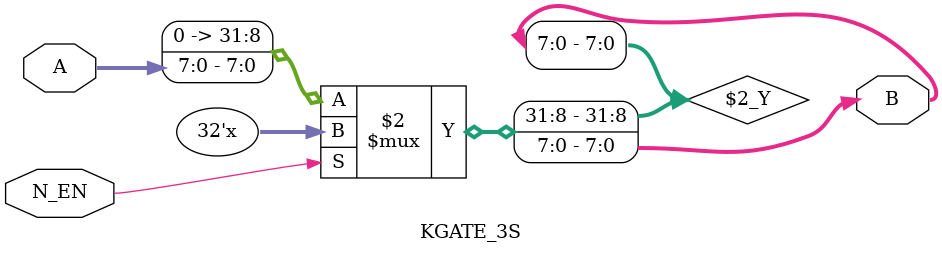
<source format=v>
module KGATE_3S(A,B,N_EN);
parameter N=8;
input [N-1:0] A;
output [N-1:0] B;
input N_EN;

assign B=N_EN? 32'Bz : A;
endmodule
</source>
